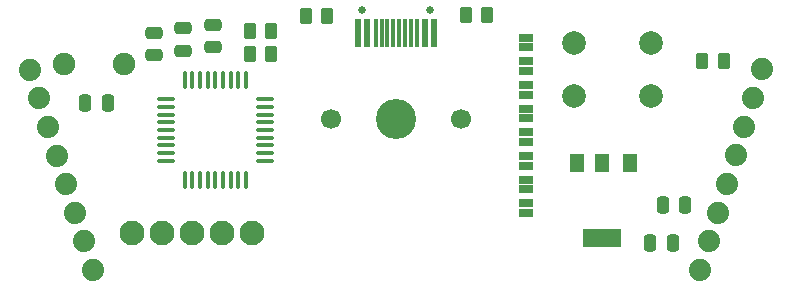
<source format=gbr>
%TF.GenerationSoftware,KiCad,Pcbnew,9.0.6*%
%TF.CreationDate,2026-01-11T15:28:45-08:00*%
%TF.ProjectId,pcb,7063622e-6b69-4636-9164-5f7063625858,rev?*%
%TF.SameCoordinates,Original*%
%TF.FileFunction,Soldermask,Top*%
%TF.FilePolarity,Negative*%
%FSLAX46Y46*%
G04 Gerber Fmt 4.6, Leading zero omitted, Abs format (unit mm)*
G04 Created by KiCad (PCBNEW 9.0.6) date 2026-01-11 15:28:45*
%MOMM*%
%LPD*%
G01*
G04 APERTURE LIST*
G04 Aperture macros list*
%AMRoundRect*
0 Rectangle with rounded corners*
0 $1 Rounding radius*
0 $2 $3 $4 $5 $6 $7 $8 $9 X,Y pos of 4 corners*
0 Add a 4 corners polygon primitive as box body*
4,1,4,$2,$3,$4,$5,$6,$7,$8,$9,$2,$3,0*
0 Add four circle primitives for the rounded corners*
1,1,$1+$1,$2,$3*
1,1,$1+$1,$4,$5*
1,1,$1+$1,$6,$7*
1,1,$1+$1,$8,$9*
0 Add four rect primitives between the rounded corners*
20,1,$1+$1,$2,$3,$4,$5,0*
20,1,$1+$1,$4,$5,$6,$7,0*
20,1,$1+$1,$6,$7,$8,$9,0*
20,1,$1+$1,$8,$9,$2,$3,0*%
G04 Aperture macros list end*
%ADD10C,2.000000*%
%ADD11R,1.270000X0.635000*%
%ADD12RoundRect,0.250000X0.475000X-0.250000X0.475000X0.250000X-0.475000X0.250000X-0.475000X-0.250000X0*%
%ADD13C,1.879600*%
%ADD14RoundRect,0.250000X0.262500X0.450000X-0.262500X0.450000X-0.262500X-0.450000X0.262500X-0.450000X0*%
%ADD15C,1.900000*%
%ADD16C,0.650000*%
%ADD17R,0.600000X2.450000*%
%ADD18R,0.300000X2.450000*%
%ADD19RoundRect,0.100000X0.100000X-0.637500X0.100000X0.637500X-0.100000X0.637500X-0.100000X-0.637500X0*%
%ADD20RoundRect,0.100000X0.637500X-0.100000X0.637500X0.100000X-0.637500X0.100000X-0.637500X-0.100000X0*%
%ADD21RoundRect,0.250000X-0.262500X-0.450000X0.262500X-0.450000X0.262500X0.450000X-0.262500X0.450000X0*%
%ADD22RoundRect,0.250000X-0.250000X-0.475000X0.250000X-0.475000X0.250000X0.475000X-0.250000X0.475000X0*%
%ADD23R,1.200000X1.500000*%
%ADD24R,3.300000X1.500000*%
%ADD25C,2.100000*%
%ADD26RoundRect,0.250000X0.250000X0.475000X-0.250000X0.475000X-0.250000X-0.475000X0.250000X-0.475000X0*%
%ADD27C,1.700000*%
%ADD28C,3.400000*%
G04 APERTURE END LIST*
D10*
%TO.C,SW1*%
X165025000Y-93525000D03*
X171525000Y-93525000D03*
X165025000Y-98025000D03*
X171525000Y-98025000D03*
%TD*%
D11*
%TO.C,JMP_BTN2*%
X161000000Y-105093600D03*
X161000000Y-105906400D03*
%TD*%
D12*
%TO.C,C2*%
X134440900Y-93870000D03*
X134440900Y-91970000D03*
%TD*%
%TO.C,C5*%
X131940900Y-94180000D03*
X131940900Y-92280000D03*
%TD*%
D13*
%TO.C,J1*%
X124326700Y-112750000D03*
X123562907Y-110327559D03*
X122799115Y-107905118D03*
X122035322Y-105482677D03*
X121271529Y-103060236D03*
X120507736Y-100637795D03*
X119743944Y-98215354D03*
X118980151Y-95792913D03*
%TD*%
D11*
%TO.C,JMP_BTN8*%
X161000000Y-93093600D03*
X161000000Y-93906400D03*
%TD*%
D14*
%TO.C,R1*%
X177742500Y-95060000D03*
X175917500Y-95060000D03*
%TD*%
D15*
%TO.C,JP1*%
X126945000Y-95305000D03*
X121865000Y-95305000D03*
%TD*%
D11*
%TO.C,JMP_BTN7*%
X161000000Y-95093600D03*
X161000000Y-95906400D03*
%TD*%
%TO.C,JMP_BTN6*%
X161000000Y-97093600D03*
X161000000Y-97906400D03*
%TD*%
D14*
%TO.C,R3*%
X139412500Y-94500000D03*
X137587500Y-94500000D03*
%TD*%
D12*
%TO.C,C4*%
X129513600Y-94550000D03*
X129513600Y-92650000D03*
%TD*%
D16*
%TO.C,USB1*%
X152890000Y-90750000D03*
X147110000Y-90750000D03*
D17*
X153225000Y-92695000D03*
X152450001Y-92695000D03*
D18*
X151750000Y-92695000D03*
X151250001Y-92695000D03*
X150750000Y-92695000D03*
X150250000Y-92694999D03*
X149749999Y-92695000D03*
X149250000Y-92695000D03*
X148750000Y-92695001D03*
X148249999Y-92695000D03*
D17*
X147549999Y-92695000D03*
X146775001Y-92695000D03*
%TD*%
D11*
%TO.C,JMP_BTN3*%
X161000000Y-103093600D03*
X161000000Y-103906400D03*
%TD*%
%TO.C,JMP_BTN4*%
X161000000Y-101093600D03*
X161000000Y-101906400D03*
%TD*%
D19*
%TO.C,U1*%
X132079800Y-105113500D03*
X132729800Y-105113500D03*
X133379800Y-105113500D03*
X134029800Y-105113500D03*
X134679800Y-105113500D03*
X135329800Y-105113500D03*
X135979800Y-105113500D03*
X136629800Y-105113500D03*
X137279800Y-105113500D03*
D20*
X138892300Y-103501000D03*
X138892300Y-102851000D03*
X138892300Y-102201000D03*
X138892300Y-101551000D03*
X138892300Y-100901000D03*
X138892300Y-100251000D03*
X138892300Y-99601000D03*
X138892300Y-98951000D03*
X138892300Y-98301000D03*
D19*
X137279800Y-96688500D03*
X136629800Y-96688500D03*
X135979800Y-96688500D03*
X135329800Y-96688500D03*
X134679800Y-96688500D03*
X134029800Y-96688500D03*
X133379800Y-96688500D03*
X132729800Y-96688500D03*
X132079800Y-96688500D03*
D20*
X130467300Y-98301000D03*
X130467300Y-98951000D03*
X130467300Y-99601000D03*
X130467300Y-100251000D03*
X130467300Y-100901000D03*
X130467300Y-101551000D03*
X130467300Y-102201000D03*
X130467300Y-102851000D03*
X130467300Y-103501000D03*
%TD*%
D21*
%TO.C,R4*%
X142330000Y-91270000D03*
X144155000Y-91270000D03*
%TD*%
D13*
%TO.C,J2*%
X175750000Y-112750000D03*
X176492624Y-110320986D03*
X177235248Y-107891972D03*
X177977872Y-105462958D03*
X178720497Y-103033944D03*
X179463121Y-100604930D03*
X180205744Y-98175916D03*
X180948369Y-95746902D03*
%TD*%
D14*
%TO.C,R2*%
X139412500Y-92500000D03*
X137587500Y-92500000D03*
%TD*%
D11*
%TO.C,JMP_BTN1*%
X161000000Y-107906400D03*
X161000000Y-107093600D03*
%TD*%
%TO.C,JMP_BTN5*%
X161000000Y-99093600D03*
X161000000Y-99906400D03*
%TD*%
D21*
%TO.C,R5*%
X155877500Y-91130000D03*
X157702500Y-91130000D03*
%TD*%
D22*
%TO.C,C3*%
X171490900Y-110480000D03*
X173390900Y-110480000D03*
%TD*%
%TO.C,C6*%
X123681800Y-98590000D03*
X125581800Y-98590000D03*
%TD*%
D23*
%TO.C,IC1*%
X169755000Y-103660000D03*
X167455000Y-103660000D03*
D24*
X167455000Y-110060000D03*
D23*
X165255000Y-103660000D03*
%TD*%
D25*
%TO.C,J3*%
X127620000Y-109610000D03*
X130160000Y-109610000D03*
X132700000Y-109610000D03*
X135240000Y-109610000D03*
X137780000Y-109610000D03*
%TD*%
D26*
%TO.C,C1*%
X174450000Y-107250000D03*
X172550000Y-107250000D03*
%TD*%
D27*
%TO.C,CH1*%
X155500000Y-100000000D03*
D28*
X150000000Y-100000000D03*
D27*
X144500000Y-100000000D03*
%TD*%
M02*

</source>
